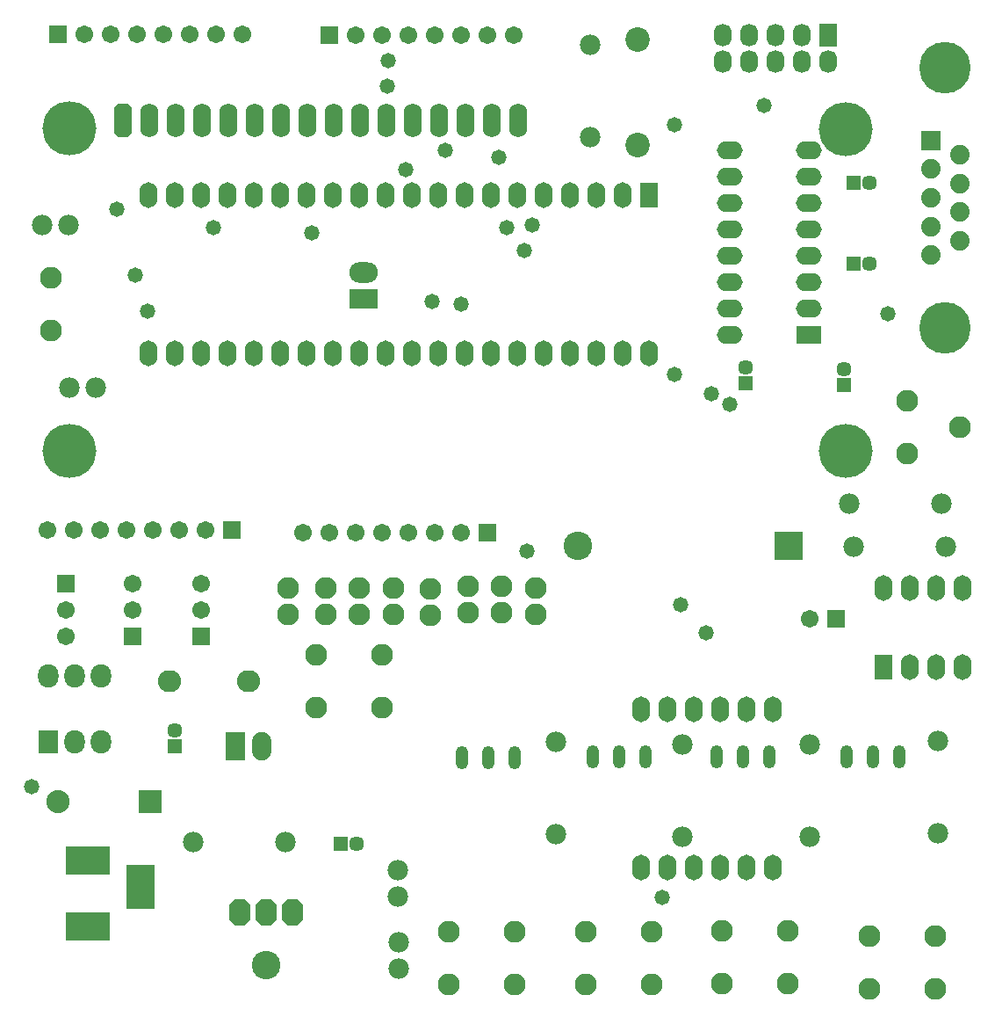
<source format=gbs>
G04 Layer_Color=16711935*
%FSTAX24Y24*%
%MOIN*%
G70*
G01*
G75*
%ADD64R,0.0671X0.0671*%
%ADD65C,0.0671*%
%ADD66R,0.1080X0.0780*%
%ADD67O,0.1080X0.0780*%
%ADD68C,0.0780*%
%ADD69C,0.0830*%
%ADD70C,0.2049*%
%ADD71O,0.0680X0.1280*%
G04:AMPARAMS|DCode=72|XSize=128mil|YSize=68mil|CornerRadius=0mil|HoleSize=0mil|Usage=FLASHONLY|Rotation=90.000|XOffset=0mil|YOffset=0mil|HoleType=Round|Shape=Octagon|*
%AMOCTAGOND72*
4,1,8,0.0170,0.0640,-0.0170,0.0640,-0.0340,0.0470,-0.0340,-0.0470,-0.0170,-0.0640,0.0170,-0.0640,0.0340,-0.0470,0.0340,0.0470,0.0170,0.0640,0.0*
%
%ADD72OCTAGOND72*%

%ADD73R,0.0671X0.0671*%
%ADD74C,0.0572*%
%ADD75R,0.0572X0.0572*%
%ADD76R,0.0680X0.0980*%
%ADD77O,0.0680X0.0980*%
%ADD78O,0.0780X0.0880*%
%ADD79R,0.0780X0.0880*%
G04:AMPARAMS|DCode=80|XSize=78mil|YSize=98mil|CornerRadius=0mil|HoleSize=0mil|Usage=FLASHONLY|Rotation=180.000|XOffset=0mil|YOffset=0mil|HoleType=Round|Shape=Octagon|*
%AMOCTAGOND80*
4,1,8,0.0195,-0.0490,-0.0195,-0.0490,-0.0390,-0.0295,-0.0390,0.0295,-0.0195,0.0490,0.0195,0.0490,0.0390,0.0295,0.0390,-0.0295,0.0195,-0.0490,0.0*
%
%ADD80OCTAGOND80*%

%ADD81C,0.1080*%
%ADD82C,0.0880*%
%ADD83R,0.0880X0.0880*%
%ADD84R,0.1680X0.1080*%
%ADD85R,0.1080X0.1680*%
%ADD86R,0.1080X0.1080*%
%ADD87O,0.0730X0.1080*%
%ADD88R,0.0730X0.1080*%
%ADD89O,0.0880X0.0830*%
%ADD90R,0.0572X0.0572*%
%ADD91C,0.0930*%
%ADD92O,0.0671X0.0867*%
%ADD93R,0.0671X0.0867*%
%ADD94O,0.0480X0.0880*%
%ADD95C,0.1954*%
%ADD96R,0.0745X0.0745*%
%ADD97C,0.0745*%
%ADD98R,0.0980X0.0680*%
%ADD99O,0.0980X0.0680*%
%ADD100C,0.0580*%
D64*
X04355Y02515D02*
D03*
X0243Y047261D02*
D03*
X0303Y028411D02*
D03*
X0206Y028511D02*
D03*
X014Y047311D02*
D03*
D65*
X04255Y02515D02*
D03*
X01945Y025461D02*
D03*
Y026461D02*
D03*
X0253Y047261D02*
D03*
X0263D02*
D03*
X0273D02*
D03*
X0283D02*
D03*
X0293D02*
D03*
X0303D02*
D03*
X0313D02*
D03*
X0293Y028411D02*
D03*
X0283D02*
D03*
X0273D02*
D03*
X0263D02*
D03*
X0253D02*
D03*
X0243D02*
D03*
X0233D02*
D03*
X0196Y028511D02*
D03*
X0186D02*
D03*
X0176D02*
D03*
X0166D02*
D03*
X0156D02*
D03*
X0146D02*
D03*
X0136D02*
D03*
X015Y047311D02*
D03*
X016D02*
D03*
X017D02*
D03*
X018D02*
D03*
X019D02*
D03*
X02D02*
D03*
X021D02*
D03*
X01685Y025461D02*
D03*
Y026461D02*
D03*
X0143Y025461D02*
D03*
Y024461D02*
D03*
D66*
X0256Y037261D02*
D03*
D67*
Y038261D02*
D03*
D68*
X0134Y040061D02*
D03*
X0144D02*
D03*
X01445Y033911D02*
D03*
X01545D02*
D03*
X0342Y046911D02*
D03*
Y043411D02*
D03*
X0269Y014611D02*
D03*
Y015611D02*
D03*
X02695Y012861D02*
D03*
Y011861D02*
D03*
X0442Y027861D02*
D03*
X0477D02*
D03*
X04405Y029511D02*
D03*
X04755D02*
D03*
X01915Y016661D02*
D03*
X02265D02*
D03*
X0474Y020511D02*
D03*
Y017011D02*
D03*
X04255Y020361D02*
D03*
Y016861D02*
D03*
X0377D02*
D03*
Y020361D02*
D03*
X0329Y016961D02*
D03*
Y020461D02*
D03*
D69*
X02275Y025311D02*
D03*
Y026311D02*
D03*
X024187Y025311D02*
D03*
Y026311D02*
D03*
X025437Y025311D02*
D03*
Y026311D02*
D03*
X02675Y025311D02*
D03*
Y026311D02*
D03*
X028137Y025261D02*
D03*
Y026261D02*
D03*
X029587Y025361D02*
D03*
Y026361D02*
D03*
X030837Y025361D02*
D03*
Y026361D02*
D03*
X03215Y025311D02*
D03*
Y026311D02*
D03*
X04625Y033411D02*
D03*
X04825Y032411D02*
D03*
X04625Y031411D02*
D03*
X0238Y023761D02*
D03*
X0263Y021761D02*
D03*
Y023761D02*
D03*
X0238Y021761D02*
D03*
X02885Y013261D02*
D03*
X03135Y011261D02*
D03*
Y013261D02*
D03*
X02885Y011261D02*
D03*
X01375Y036061D02*
D03*
Y038061D02*
D03*
X0392Y013311D02*
D03*
X0417Y011311D02*
D03*
Y013311D02*
D03*
X0392Y011311D02*
D03*
X03405Y013261D02*
D03*
X03655Y011261D02*
D03*
Y013261D02*
D03*
X03405Y011261D02*
D03*
X0448Y013111D02*
D03*
X0473Y011111D02*
D03*
Y013111D02*
D03*
X0448Y011111D02*
D03*
D70*
X043909Y031501D02*
D03*
X01445Y043725D02*
D03*
X01445Y031511D02*
D03*
X043909Y043706D02*
D03*
D71*
X031487Y04404D02*
D03*
X030487D02*
D03*
X029487D02*
D03*
X028487D02*
D03*
X027487D02*
D03*
X026487D02*
D03*
X025487D02*
D03*
X024487D02*
D03*
X023487D02*
D03*
X022487D02*
D03*
X021487D02*
D03*
X020487D02*
D03*
X019487D02*
D03*
X018487D02*
D03*
X017487D02*
D03*
D72*
X016487D02*
D03*
D73*
X01945Y024461D02*
D03*
X01685D02*
D03*
X0143Y026461D02*
D03*
D74*
X025341Y016611D02*
D03*
X01845Y020906D02*
D03*
X044795Y038611D02*
D03*
X04385Y034606D02*
D03*
X044795Y041661D02*
D03*
X0401Y034661D02*
D03*
D75*
X02475Y016611D02*
D03*
X044205Y038611D02*
D03*
Y041661D02*
D03*
D76*
X04535Y023311D02*
D03*
X03645Y041211D02*
D03*
D77*
X04635Y023311D02*
D03*
X04735D02*
D03*
X04835D02*
D03*
X04535Y026311D02*
D03*
X04635D02*
D03*
X04735D02*
D03*
X04835D02*
D03*
X03545Y041211D02*
D03*
X03445D02*
D03*
X03345D02*
D03*
X03245D02*
D03*
X03145D02*
D03*
X03045D02*
D03*
X02945D02*
D03*
X02845D02*
D03*
X02745D02*
D03*
X02645D02*
D03*
X02545D02*
D03*
X02445D02*
D03*
X02345D02*
D03*
X02245D02*
D03*
X02145D02*
D03*
X02045D02*
D03*
X01945D02*
D03*
X01845D02*
D03*
X01745D02*
D03*
X03645Y035211D02*
D03*
X03545D02*
D03*
X03445D02*
D03*
X03345D02*
D03*
X03245D02*
D03*
X03145D02*
D03*
X03045D02*
D03*
X02945D02*
D03*
X02845D02*
D03*
X02745D02*
D03*
X02645D02*
D03*
X02545D02*
D03*
X02445D02*
D03*
X02345D02*
D03*
X02245D02*
D03*
X02145D02*
D03*
X02045D02*
D03*
X01945D02*
D03*
X01845D02*
D03*
X01745D02*
D03*
X03615Y015711D02*
D03*
X03715D02*
D03*
X03815D02*
D03*
X03915D02*
D03*
X04015D02*
D03*
X04115D02*
D03*
X03615Y021711D02*
D03*
X03715D02*
D03*
X03815D02*
D03*
X03915D02*
D03*
X04015D02*
D03*
X04115D02*
D03*
D78*
X01365Y022961D02*
D03*
X01465D02*
D03*
X01565D02*
D03*
Y020461D02*
D03*
X01465D02*
D03*
D79*
X01365D02*
D03*
D80*
X0209Y014011D02*
D03*
X0219D02*
D03*
X0229D02*
D03*
D81*
X0219Y012011D02*
D03*
X03375Y027911D02*
D03*
D82*
X014Y018211D02*
D03*
D83*
X0175D02*
D03*
D84*
X01515Y015961D02*
D03*
Y013461D02*
D03*
D85*
X01715Y014961D02*
D03*
D86*
X04175Y027911D02*
D03*
D87*
X02175Y020311D02*
D03*
D88*
X02075D02*
D03*
D89*
X01825Y022761D02*
D03*
X02125D02*
D03*
D90*
X01845Y020315D02*
D03*
X04385Y034015D02*
D03*
X0401Y03407D02*
D03*
D91*
X036Y047111D02*
D03*
Y043111D02*
D03*
D92*
X03925Y047261D02*
D03*
X04025D02*
D03*
X04125D02*
D03*
X04225D02*
D03*
X04325Y046261D02*
D03*
X04225D02*
D03*
X04125D02*
D03*
X04025D02*
D03*
X03925D02*
D03*
D93*
X04325Y047261D02*
D03*
D94*
X04395Y019911D02*
D03*
X04495D02*
D03*
X04595D02*
D03*
X039D02*
D03*
X04D02*
D03*
X041D02*
D03*
X0343D02*
D03*
X0353D02*
D03*
X0363D02*
D03*
X02935Y019861D02*
D03*
X03035D02*
D03*
X03135D02*
D03*
D95*
X047691Y036187D02*
D03*
Y046025D02*
D03*
D96*
X047132Y043287D02*
D03*
D97*
X04825Y042742D02*
D03*
X047132Y042197D02*
D03*
X04825Y041651D02*
D03*
X047132Y041106D02*
D03*
X04825Y040561D02*
D03*
X047132Y040015D02*
D03*
X04825Y03947D02*
D03*
X047132Y038925D02*
D03*
D98*
X0425Y035911D02*
D03*
D99*
Y036911D02*
D03*
Y037911D02*
D03*
Y038911D02*
D03*
Y039911D02*
D03*
Y040911D02*
D03*
Y041911D02*
D03*
Y042911D02*
D03*
X0395Y035911D02*
D03*
Y036911D02*
D03*
Y037911D02*
D03*
Y038911D02*
D03*
Y039911D02*
D03*
Y040911D02*
D03*
Y041911D02*
D03*
Y042911D02*
D03*
D100*
X02655Y0463D02*
D03*
X0265Y04535D02*
D03*
X0287Y0429D02*
D03*
X03075Y04265D02*
D03*
X0293Y037061D02*
D03*
X0318Y027711D02*
D03*
X03105Y039961D02*
D03*
X0317Y039111D02*
D03*
X013Y018761D02*
D03*
X01625Y040661D02*
D03*
X0386Y024611D02*
D03*
X0395Y033261D02*
D03*
X0374Y034411D02*
D03*
X0388Y033661D02*
D03*
X03765Y025661D02*
D03*
X0199Y039961D02*
D03*
X0282Y037161D02*
D03*
X01695Y038161D02*
D03*
X0174Y036811D02*
D03*
X02365Y039761D02*
D03*
X032Y040061D02*
D03*
X0374Y043861D02*
D03*
X0455Y036711D02*
D03*
X0408Y044611D02*
D03*
X0272Y042161D02*
D03*
X03695Y014561D02*
D03*
M02*

</source>
